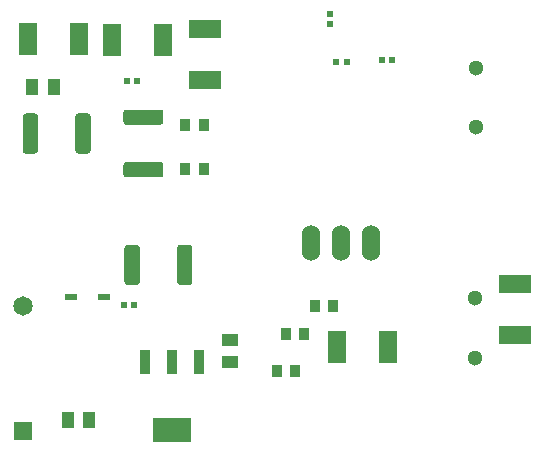
<source format=gbr>
%TF.GenerationSoftware,KiCad,Pcbnew,(5.1.9)-1*%
%TF.CreationDate,2021-03-01T12:10:23+05:30*%
%TF.ProjectId,Charger,43686172-6765-4722-9e6b-696361645f70,rev?*%
%TF.SameCoordinates,Original*%
%TF.FileFunction,Soldermask,Bot*%
%TF.FilePolarity,Negative*%
%FSLAX46Y46*%
G04 Gerber Fmt 4.6, Leading zero omitted, Abs format (unit mm)*
G04 Created by KiCad (PCBNEW (5.1.9)-1) date 2021-03-01 12:10:23*
%MOMM*%
%LPD*%
G01*
G04 APERTURE LIST*
%ADD10R,1.080000X1.420000*%
%ADD11C,1.650000*%
%ADD12R,1.650000X1.650000*%
%ADD13C,1.300000*%
%ADD14R,0.950000X2.150000*%
%ADD15R,3.250000X2.150000*%
%ADD16R,0.600000X0.560000*%
%ADD17R,0.560000X0.600000*%
%ADD18R,1.600000X2.720000*%
%ADD19R,0.940000X1.020000*%
%ADD20R,2.720000X1.600000*%
%ADD21R,1.000000X1.420000*%
%ADD22R,1.420000X1.000000*%
%ADD23R,0.490000X0.600000*%
%ADD24O,1.524000X3.048000*%
%ADD25R,1.050000X0.600000*%
G04 APERTURE END LIST*
D10*
%TO.C,C2*%
X89287000Y-66103500D03*
X87497000Y-66103500D03*
%TD*%
D11*
%TO.C,D2*%
X83642200Y-56422000D03*
D12*
X83642200Y-67022000D03*
%TD*%
%TO.C,D4*%
G36*
G01*
X95303001Y-45547000D02*
X92402999Y-45547000D01*
G75*
G02*
X92153000Y-45297001I0J249999D01*
G01*
X92153000Y-44496999D01*
G75*
G02*
X92402999Y-44247000I249999J0D01*
G01*
X95303001Y-44247000D01*
G75*
G02*
X95553000Y-44496999I0J-249999D01*
G01*
X95553000Y-45297001D01*
G75*
G02*
X95303001Y-45547000I-249999J0D01*
G01*
G37*
G36*
G01*
X95303001Y-41097000D02*
X92402999Y-41097000D01*
G75*
G02*
X92153000Y-40847001I0J249999D01*
G01*
X92153000Y-40046999D01*
G75*
G02*
X92402999Y-39797000I249999J0D01*
G01*
X95303001Y-39797000D01*
G75*
G02*
X95553000Y-40046999I0J-249999D01*
G01*
X95553000Y-40847001D01*
G75*
G02*
X95303001Y-41097000I-249999J0D01*
G01*
G37*
%TD*%
%TO.C,D5*%
G36*
G01*
X83637400Y-43283801D02*
X83637400Y-40383799D01*
G75*
G02*
X83887399Y-40133800I249999J0D01*
G01*
X84687401Y-40133800D01*
G75*
G02*
X84937400Y-40383799I0J-249999D01*
G01*
X84937400Y-43283801D01*
G75*
G02*
X84687401Y-43533800I-249999J0D01*
G01*
X83887399Y-43533800D01*
G75*
G02*
X83637400Y-43283801I0J249999D01*
G01*
G37*
G36*
G01*
X88087400Y-43283801D02*
X88087400Y-40383799D01*
G75*
G02*
X88337399Y-40133800I249999J0D01*
G01*
X89137401Y-40133800D01*
G75*
G02*
X89387400Y-40383799I0J-249999D01*
G01*
X89387400Y-43283801D01*
G75*
G02*
X89137401Y-43533800I-249999J0D01*
G01*
X88337399Y-43533800D01*
G75*
G02*
X88087400Y-43283801I0J249999D01*
G01*
G37*
%TD*%
%TO.C,D6*%
G36*
G01*
X96698000Y-54409001D02*
X96698000Y-51508999D01*
G75*
G02*
X96947999Y-51259000I249999J0D01*
G01*
X97748001Y-51259000D01*
G75*
G02*
X97998000Y-51508999I0J-249999D01*
G01*
X97998000Y-54409001D01*
G75*
G02*
X97748001Y-54659000I-249999J0D01*
G01*
X96947999Y-54659000D01*
G75*
G02*
X96698000Y-54409001I0J249999D01*
G01*
G37*
G36*
G01*
X92248000Y-54409001D02*
X92248000Y-51508999D01*
G75*
G02*
X92497999Y-51259000I249999J0D01*
G01*
X93298001Y-51259000D01*
G75*
G02*
X93548000Y-51508999I0J-249999D01*
G01*
X93548000Y-54409001D01*
G75*
G02*
X93298001Y-54659000I-249999J0D01*
G01*
X92497999Y-54659000D01*
G75*
G02*
X92248000Y-54409001I0J249999D01*
G01*
G37*
%TD*%
D13*
%TO.C,J2*%
X121920000Y-60793000D03*
X121920000Y-55793000D03*
%TD*%
%TO.C,J3*%
X121983500Y-36298500D03*
X121983500Y-41298500D03*
%TD*%
D14*
%TO.C,Q1*%
X93966000Y-61171500D03*
X96266000Y-61171500D03*
X98566000Y-61171500D03*
D15*
X96266000Y-66971500D03*
%TD*%
D16*
%TO.C,R1*%
X109664500Y-31696000D03*
X109664500Y-32566000D03*
%TD*%
D17*
%TO.C,R2*%
X114925500Y-35623500D03*
X114055500Y-35623500D03*
%TD*%
D18*
%TO.C,R3*%
X91185000Y-33883600D03*
X95505000Y-33883600D03*
%TD*%
D19*
%TO.C,R4*%
X105890000Y-58801000D03*
X107470000Y-58801000D03*
%TD*%
D20*
%TO.C,R5*%
X99085400Y-32968200D03*
X99085400Y-37288200D03*
%TD*%
D19*
%TO.C,R6*%
X109946000Y-56451500D03*
X108366000Y-56451500D03*
%TD*%
%TO.C,R7*%
X98986400Y-41097200D03*
X97406400Y-41097200D03*
%TD*%
D18*
%TO.C,R8*%
X110235000Y-59944000D03*
X114555000Y-59944000D03*
%TD*%
D19*
%TO.C,R9*%
X97406400Y-44856400D03*
X98986400Y-44856400D03*
%TD*%
D20*
%TO.C,R10*%
X125349000Y-58865500D03*
X125349000Y-54545500D03*
%TD*%
D21*
%TO.C,R11*%
X84383600Y-37922200D03*
X86253600Y-37922200D03*
%TD*%
D17*
%TO.C,R12*%
X92465500Y-37401500D03*
X93335500Y-37401500D03*
%TD*%
D22*
%TO.C,R13*%
X101219000Y-61196500D03*
X101219000Y-59326500D03*
%TD*%
D17*
%TO.C,R14*%
X111052000Y-35750500D03*
X110182000Y-35750500D03*
%TD*%
D23*
%TO.C,R15*%
X93101500Y-56324500D03*
X92191500Y-56324500D03*
%TD*%
D18*
%TO.C,R16*%
X88367600Y-33858200D03*
X84047600Y-33858200D03*
%TD*%
D19*
%TO.C,R17*%
X106708000Y-61976000D03*
X105128000Y-61976000D03*
%TD*%
D24*
%TO.C,U1*%
X113157000Y-51117500D03*
X110617000Y-51117500D03*
X108077000Y-51117500D03*
%TD*%
D25*
%TO.C,D3*%
X87754000Y-55689500D03*
X90554000Y-55689500D03*
%TD*%
M02*

</source>
